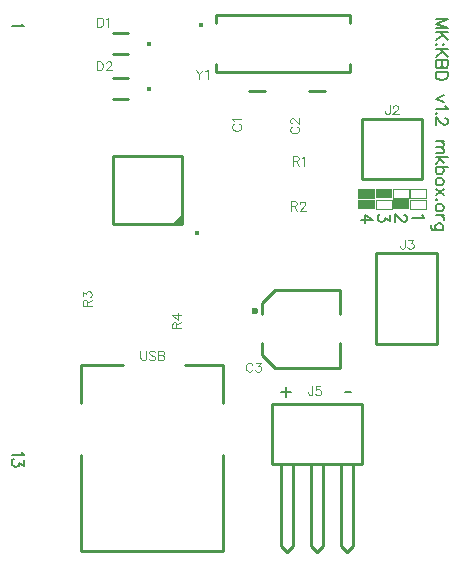
<source format=gbr>
G04 DipTrace 3.0.0.0*
G04 TopSilk.gbr*
%MOMM*%
G04 #@! TF.FileFunction,Legend,Top*
G04 #@! TF.Part,Single*
%ADD10C,0.25*%
%ADD14C,0.03333*%
%ADD15O,0.42016X0.41713*%
%ADD16O,0.5996X0.59994*%
%ADD18O,0.40037X0.39994*%
%ADD27O,0.3915X0.39347*%
%ADD59C,0.11765*%
%ADD60C,0.15686*%
%FSLAX35Y35*%
G04*
G71*
G90*
G75*
G01*
G04 TopSilk*
%LPD*%
X2647971Y3153978D2*
D10*
X2068029D1*
Y3734021D1*
X2647971D1*
Y3153978D1*
D15*
X2779170Y3074946D3*
G36*
X2647971Y3153978D2*
Y3233970D1*
X2567979Y3153978D1*
X2647971D1*
G37*
X3987955Y2600000D2*
D10*
X3988038Y2395004D1*
X3987955Y2600000D2*
X3438032D1*
X3328064Y2489978D2*
X3438032Y2600000D1*
X3328064Y2489978D2*
Y2395004D1*
X3988038Y2144996D2*
X3987955Y1940000D1*
X3438032D1*
X3328064Y2050022D2*
X3438032Y1940000D1*
X3328064Y2144996D2*
Y2050022D1*
D16*
X3267980Y2414969D3*
X3221050Y4280053D2*
D10*
X3350950D1*
X3729050D2*
X3858950D1*
X2189982Y4593008D2*
X2070011D1*
X2189982Y4772998D2*
X2070011D1*
D18*
X2374982Y4683003D3*
X2189982Y4212008D2*
D10*
X2070011D1*
X2189982Y4391998D2*
X2070011D1*
D18*
X2374982Y4302003D3*
X1799001Y1960000D2*
D10*
X2148961D1*
X1799001Y390000D2*
Y1195922D1*
Y1639936D2*
Y1960000D1*
X2998999D2*
Y1639936D1*
Y1195922D2*
Y390000D1*
X1799001D1*
X2998999Y1960000D2*
X2679031D1*
X4814000Y2909000D2*
Y2139000D1*
X4298000D1*
Y2909000D1*
X4814000D1*
X4175000Y3540000D2*
Y4048000D1*
X4683000D1*
Y3540000D1*
X4175000D1*
X3413005Y1635000D2*
X4174948D1*
Y1127006D1*
X3413005D1*
Y1635000D1*
X3492460Y1127006D2*
Y428561D1*
X3587591Y1127006D2*
Y428561D1*
X3492460D2*
X3540025Y377900D1*
X3587591Y428561D2*
X3540025Y377900D1*
X3746321Y1127006D2*
Y428561D1*
X3841632Y1127006D2*
Y428561D1*
X3746321D2*
X3794067Y377900D1*
X3841632Y428561D2*
X3794067Y377900D1*
X4000362Y1127006D2*
Y428561D1*
X4095673Y1127006D2*
Y428561D1*
X4000362D2*
X4047927Y377900D1*
X4095673Y428561D2*
X4047927Y377900D1*
D27*
X2812275Y4839237D3*
X2937000Y4853030D2*
D10*
Y4928000D1*
X4077000Y4438000D2*
Y4512970D1*
X2937000Y4438000D2*
X4077000D1*
X2937000D2*
Y4512970D1*
X4077000Y4853030D2*
Y4928000D1*
X2937000D2*
X4077000D1*
X4582257Y3451200D2*
D14*
X4717910D1*
Y3371403D1*
X4582257D1*
Y3451200D1*
X4582893Y3361250D2*
X4718547D1*
Y3281453D1*
X4582893D1*
Y3361250D1*
X4436490Y3451600D2*
X4572143D1*
Y3371803D1*
X4436490D1*
Y3451600D1*
X4291123Y3361513D2*
X4426777D1*
Y3281717D1*
X4291123D1*
Y3361513D1*
G36*
X4435733Y3363117D2*
X4573893D1*
Y3280757D1*
X4435733D1*
Y3363117D1*
G37*
G36*
X4289897Y3453270D2*
X4428320D1*
Y3371433D1*
X4289897D1*
Y3453270D1*
G37*
G36*
X4143153Y3361750D2*
X4282357D1*
Y3279577D1*
X4143153D1*
Y3361750D1*
G37*
G36*
X4142987Y3452403D2*
X4282357D1*
Y3370080D1*
X4142987D1*
Y3452403D1*
G37*
X3247913Y1963201D2*
D59*
X3244291Y1970445D1*
X3236963Y1977773D1*
X3229719Y1981395D1*
X3215147D1*
X3207819Y1977773D1*
X3200575Y1970445D1*
X3196869Y1963201D1*
X3193247Y1952251D1*
Y1933973D1*
X3196869Y1923108D1*
X3200575Y1915780D1*
X3207819Y1908536D1*
X3215147Y1904830D1*
X3229719D1*
X3236963Y1908536D1*
X3244291Y1915780D1*
X3247913Y1923108D1*
X3278770Y1981311D2*
X3318780D1*
X3296964Y1952167D1*
X3307914D1*
X3315158Y1948545D1*
X3318780Y1944923D1*
X3322486Y1933973D1*
Y1926730D1*
X3318780Y1915780D1*
X3311536Y1908451D1*
X3300586Y1904830D1*
X3289636D1*
X3278770Y1908451D1*
X3275148Y1912158D1*
X3271442Y1919401D1*
X3094235Y4001309D2*
X3086992Y3997687D1*
X3079663Y3990359D1*
X3076041Y3983116D1*
Y3968544D1*
X3079663Y3961216D1*
X3086991Y3953972D1*
X3094235Y3950266D1*
X3105185Y3946644D1*
X3123463D1*
X3134329Y3950266D1*
X3141657Y3953972D1*
X3148901Y3961216D1*
X3152607Y3968544D1*
Y3983115D1*
X3148901Y3990359D1*
X3141657Y3997687D1*
X3134329Y4001309D1*
X3090698Y4024839D2*
X3086992Y4032167D1*
X3076126Y4043117D1*
X3152607D1*
X3584712Y3979083D2*
X3577468Y3975461D1*
X3570140Y3968133D1*
X3566518Y3960889D1*
Y3946317D1*
X3570140Y3938989D1*
X3577468Y3931746D1*
X3584712Y3928039D1*
X3595662Y3924417D1*
X3613940D1*
X3624806Y3928039D1*
X3632134Y3931746D1*
X3639378Y3938989D1*
X3643084Y3946317D1*
Y3960889D1*
X3639378Y3968133D1*
X3632134Y3975461D1*
X3624806Y3979083D1*
X3584796Y4006319D2*
X3581174D1*
X3573846Y4009941D1*
X3570224Y4013563D1*
X3566602Y4020891D1*
Y4035462D1*
X3570224Y4042706D1*
X3573846Y4046328D1*
X3581174Y4050034D1*
X3588418D1*
X3595746Y4046328D1*
X3606612Y4039084D1*
X3643084Y4002612D1*
Y4053656D1*
X1934984Y4902114D2*
Y4825548D1*
X1960506D1*
X1971456Y4829254D1*
X1978784Y4836498D1*
X1982406Y4843826D1*
X1986028Y4854692D1*
Y4872970D1*
X1982406Y4883920D1*
X1978784Y4891164D1*
X1971456Y4898492D1*
X1960506Y4902114D1*
X1934984D1*
X2009558Y4887457D2*
X2016886Y4891164D1*
X2027836Y4902029D1*
Y4825548D1*
X1930285Y4532797D2*
Y4456231D1*
X1955807D1*
X1966757Y4459937D1*
X1974085Y4467181D1*
X1977707Y4474509D1*
X1981329Y4485375D1*
Y4503653D1*
X1977707Y4514603D1*
X1974085Y4521847D1*
X1966757Y4529175D1*
X1955807Y4532797D1*
X1930285D1*
X2008564Y4514519D2*
Y4518141D1*
X2012186Y4525469D1*
X2015808Y4529091D1*
X2023136Y4532713D1*
X2037708D1*
X2044952Y4529091D1*
X2048574Y4525469D1*
X2052280Y4518141D1*
Y4510897D1*
X2048574Y4503569D1*
X2041330Y4492703D1*
X2004858Y4456231D1*
X2055902D1*
X2298905Y2080592D2*
Y2025926D1*
X2302527Y2014976D1*
X2309855Y2007732D1*
X2320805Y2004026D1*
X2328049D1*
X2338999Y2007732D1*
X2346327Y2014976D1*
X2349949Y2025926D1*
Y2080592D1*
X2424522Y2069642D2*
X2417278Y2076970D1*
X2406328Y2080592D1*
X2391756D1*
X2380806Y2076970D1*
X2373478Y2069642D1*
Y2062398D1*
X2377184Y2055070D1*
X2380806Y2051448D1*
X2388050Y2047826D1*
X2409950Y2040498D1*
X2417278Y2036876D1*
X2420900Y2033170D1*
X2424522Y2025926D1*
Y2014976D1*
X2417278Y2007732D1*
X2406328Y2004026D1*
X2391756D1*
X2380806Y2007732D1*
X2373478Y2014976D1*
X2448051Y2080592D2*
Y2004026D1*
X2480901D1*
X2491851Y2007732D1*
X2495473Y2011354D1*
X2499095Y2018598D1*
Y2029548D1*
X2495473Y2036876D1*
X2491851Y2040498D1*
X2480901Y2044120D1*
X2491851Y2047826D1*
X2495473Y2051448D1*
X2499095Y2058692D1*
Y2066020D1*
X2495473Y2073264D1*
X2491851Y2076970D1*
X2480901Y2080592D1*
X2448051D1*
Y2044120D2*
X2480901D1*
X4536949Y3020592D2*
Y2962304D1*
X4533327Y2951354D1*
X4529621Y2947732D1*
X4522377Y2944026D1*
X4515049D1*
X4507805Y2947732D1*
X4504184Y2951354D1*
X4500477Y2962304D1*
Y2969548D1*
X4567807Y3020508D2*
X4607816D1*
X4586001Y2991364D1*
X4596951D1*
X4604195Y2987742D1*
X4607816Y2984120D1*
X4611523Y2973170D1*
Y2965926D1*
X4607816Y2954976D1*
X4600573Y2947648D1*
X4589623Y2944026D1*
X4578673D1*
X4567807Y2947648D1*
X4564185Y2951354D1*
X4560479Y2958598D1*
X4409949Y4159592D2*
Y4101304D1*
X4406327Y4090354D1*
X4402621Y4086732D1*
X4395377Y4083026D1*
X4388049D1*
X4380805Y4086732D1*
X4377184Y4090354D1*
X4373477Y4101304D1*
Y4108548D1*
X4437185Y4141314D2*
Y4144936D1*
X4440807Y4152264D1*
X4444429Y4155886D1*
X4451757Y4159508D1*
X4466329D1*
X4473573Y4155886D1*
X4477195Y4152264D1*
X4480901Y4144936D1*
Y4137692D1*
X4477195Y4130364D1*
X4469951Y4119498D1*
X4433479Y4083026D1*
X4484523D1*
X3755113Y1781642D2*
Y1723354D1*
X3751491Y1712404D1*
X3747785Y1708782D1*
X3740541Y1705076D1*
X3733213D1*
X3725969Y1708782D1*
X3722347Y1712404D1*
X3718641Y1723354D1*
Y1730598D1*
X3822358Y1781558D2*
X3785970D1*
X3782348Y1748792D1*
X3785970Y1752414D1*
X3796920Y1756120D1*
X3807786D1*
X3818736Y1752414D1*
X3826064Y1745170D1*
X3829686Y1734220D1*
Y1726976D1*
X3826064Y1716026D1*
X3818736Y1708698D1*
X3807786Y1705076D1*
X3796920D1*
X3785970Y1708698D1*
X3782348Y1712404D1*
X3778642Y1719648D1*
X3588574Y3690120D2*
X3621340D1*
X3632290Y3693826D1*
X3635996Y3697448D1*
X3639618Y3704692D1*
Y3712020D1*
X3635996Y3719264D1*
X3632290Y3722970D1*
X3621340Y3726592D1*
X3588574D1*
Y3650026D1*
X3614096Y3690120D2*
X3639618Y3650026D1*
X3663148Y3711936D2*
X3670476Y3715642D1*
X3681426Y3726508D1*
Y3650026D1*
X3572191Y3309120D2*
X3604957D1*
X3615907Y3312826D1*
X3619613Y3316448D1*
X3623235Y3323692D1*
Y3331020D1*
X3619613Y3338264D1*
X3615907Y3341970D1*
X3604957Y3345592D1*
X3572191D1*
Y3269026D1*
X3597713Y3309120D2*
X3623235Y3269026D1*
X3650471Y3327314D2*
Y3330936D1*
X3654093Y3338264D1*
X3657715Y3341886D1*
X3665043Y3345508D1*
X3679615D1*
X3686859Y3341886D1*
X3690480Y3338264D1*
X3694187Y3330936D1*
Y3323692D1*
X3690480Y3316364D1*
X3683237Y3305498D1*
X3646765Y3269026D1*
X3697809D1*
X2604513Y2270914D2*
Y2303680D1*
X2600807Y2314630D1*
X2597185Y2318336D1*
X2589942Y2321958D1*
X2582613D1*
X2575370Y2318336D1*
X2571663Y2314630D1*
X2568041Y2303680D1*
Y2270914D1*
X2644607D1*
X2604513Y2296436D2*
X2644607Y2321958D1*
Y2381959D2*
X2568126D1*
X2619085Y2345487D1*
Y2400153D1*
X1848313Y2459958D2*
Y2492724D1*
X1844607Y2503674D1*
X1840985Y2507380D1*
X1833742Y2511002D1*
X1826413D1*
X1819170Y2507380D1*
X1815463Y2503674D1*
X1811841Y2492724D1*
Y2459958D1*
X1888407D1*
X1848313Y2485480D2*
X1888407Y2511002D1*
X1811926Y2541860D2*
Y2581869D1*
X1841070Y2560053D1*
Y2571003D1*
X1844692Y2578247D1*
X1848313Y2581869D1*
X1859263Y2585575D1*
X1866507D1*
X1877457Y2581869D1*
X1884785Y2574625D1*
X1888407Y2563675D1*
Y2552725D1*
X1884785Y2541859D1*
X1881079Y2538238D1*
X1873835Y2534531D1*
X2767649Y4461279D2*
X2796793Y4424807D1*
Y4384713D1*
X2825937Y4461279D2*
X2796793Y4424807D1*
X2849466Y4446622D2*
X2856794Y4450329D1*
X2867744Y4461194D1*
Y4384713D1*
X1293625Y4852203D2*
D60*
X1298567Y4842432D1*
X1313054Y4827832D1*
X1211079Y4827833D1*
X1293445Y1223830D2*
X1298387Y1214059D1*
X1312874Y1199459D1*
X1210899D1*
X1312874Y1158316D2*
Y1104970D1*
X1274016Y1134057D1*
Y1119457D1*
X1269186Y1109799D1*
X1264357Y1104970D1*
X1249757Y1100028D1*
X1240099D1*
X1225499Y1104970D1*
X1215728Y1114628D1*
X1210899Y1129228D1*
Y1143828D1*
X1215728Y1158316D1*
X1220670Y1163145D1*
X1230328Y1168087D1*
X4684428Y3228333D2*
X4689370Y3218562D1*
X4703858Y3203962D1*
X4601882Y3203963D1*
X4532232Y3231392D2*
X4537062D1*
X4546832Y3226562D1*
X4551662Y3221733D1*
X4556491Y3211962D1*
Y3192533D1*
X4551662Y3182875D1*
X4546832Y3178046D1*
X4537062Y3173104D1*
X4527403D1*
X4517632Y3178046D1*
X4503145Y3187704D1*
X4454516Y3236333D1*
X4454515Y3168275D1*
X4408818Y3229636D2*
Y3176290D1*
X4369959Y3205377D1*
Y3190777D1*
X4365130Y3181119D1*
X4360301Y3176290D1*
X4345701Y3171348D1*
X4336042D1*
X4321442Y3176290D1*
X4311671Y3185948D1*
X4306842Y3200548D1*
Y3215148D1*
X4311671Y3229636D1*
X4316613Y3234465D1*
X4326271Y3239407D1*
X4167732Y3185501D2*
X4269708D1*
X4201761Y3234130D1*
Y3161242D1*
X3529594Y1778437D2*
Y1690949D1*
X3485906Y1734637D2*
X3573394D1*
X4029173Y1728853D2*
X4085327D1*
X4798952Y4812840D2*
X4901040D1*
X4798952Y4851698D1*
X4901040Y4890557D1*
X4798952D1*
X4901040Y4781467D2*
X4798952D1*
X4901040Y4713409D2*
X4832981Y4781467D1*
X4857352Y4757209D2*
X4798952Y4713409D1*
X4867011Y4677095D2*
X4862069Y4682036D1*
X4857240Y4677095D1*
X4862069Y4672266D1*
X4867011Y4677095D1*
X4808723D2*
X4803781Y4682036D1*
X4798952Y4677095D1*
X4803781Y4672266D1*
X4808723Y4677095D1*
X4901040Y4640893D2*
X4798952D1*
X4901040Y4572835D2*
X4832981Y4640893D1*
X4857352Y4616635D2*
X4798952Y4572835D1*
X4901040Y4541462D2*
X4798952D1*
Y4497662D1*
X4803894Y4483062D1*
X4808723Y4478233D1*
X4818381Y4473404D1*
X4832981D1*
X4842752Y4478233D1*
X4847581Y4483062D1*
X4852411Y4497662D1*
X4857352Y4483062D1*
X4862181Y4478233D1*
X4871840Y4473404D1*
X4881611D1*
X4891269Y4478233D1*
X4896211Y4483062D1*
X4901040Y4497662D1*
Y4541462D1*
X4852411D2*
Y4497662D1*
X4901040Y4442031D2*
X4798952D1*
Y4408002D1*
X4803894Y4393402D1*
X4813552Y4383631D1*
X4823323Y4378802D1*
X4837811Y4373973D1*
X4862181D1*
X4876781Y4378802D1*
X4886440Y4383631D1*
X4896211Y4393402D1*
X4901040Y4408002D1*
Y4442031D1*
X4867011Y4243843D2*
X4798952Y4214643D1*
X4867011Y4185555D1*
X4881498Y4154183D2*
X4886440Y4144412D1*
X4900928Y4129812D1*
X4798952D1*
X4808723Y4093610D2*
X4803781Y4098439D1*
X4798952Y4093610D1*
X4803781Y4088669D1*
X4808723Y4093610D1*
X4876669Y4052354D2*
X4881498D1*
X4891269Y4047525D1*
X4896098Y4042696D1*
X4900928Y4032925D1*
Y4013496D1*
X4896098Y4003838D1*
X4891269Y3999008D1*
X4881498Y3994067D1*
X4871840D1*
X4862069Y3999008D1*
X4847581Y4008667D1*
X4798952Y4057296D1*
Y3989238D1*
X4867011Y3859108D2*
X4798952D1*
X4847581D2*
X4862181Y3844508D1*
X4867011Y3834737D1*
Y3820249D1*
X4862181Y3810479D1*
X4847581Y3805649D1*
X4798952D1*
X4847581D2*
X4862181Y3791049D1*
X4867011Y3781279D1*
Y3766791D1*
X4862181Y3757020D1*
X4847581Y3752079D1*
X4798952D1*
X4901040Y3720706D2*
X4798952D1*
X4867011Y3672077D2*
X4818381Y3720706D1*
X4837811Y3701277D2*
X4798952Y3667248D1*
X4901040Y3635875D2*
X4798952D1*
X4852411D2*
X4862181Y3626104D1*
X4867011Y3616446D1*
Y3601846D1*
X4862181Y3592187D1*
X4852411Y3582417D1*
X4837811Y3577587D1*
X4828152D1*
X4813552Y3582417D1*
X4803894Y3592187D1*
X4798952Y3601846D1*
Y3616446D1*
X4803894Y3626104D1*
X4813552Y3635875D1*
X4867011Y3521956D2*
X4862181Y3531615D1*
X4852411Y3541386D1*
X4837811Y3546215D1*
X4828152D1*
X4813552Y3541386D1*
X4803894Y3531615D1*
X4798952Y3521956D1*
Y3507356D1*
X4803894Y3497586D1*
X4813552Y3487927D1*
X4828152Y3482986D1*
X4837811D1*
X4852411Y3487927D1*
X4862181Y3497586D1*
X4867011Y3507356D1*
Y3521956D1*
Y3451613D2*
X4798952Y3398155D1*
X4867011D2*
X4798952Y3451613D1*
X4808723Y3361953D2*
X4803781Y3366782D1*
X4798952Y3361953D1*
X4803781Y3357011D1*
X4808723Y3361953D1*
X4867011Y3301380D2*
X4862181Y3311039D1*
X4852411Y3320809D1*
X4837811Y3325639D1*
X4828152D1*
X4813552Y3320809D1*
X4803894Y3311039D1*
X4798952Y3301380D1*
Y3286780D1*
X4803894Y3277009D1*
X4813552Y3267351D1*
X4828152Y3262409D1*
X4837811D1*
X4852411Y3267351D1*
X4862181Y3277009D1*
X4867011Y3286780D1*
Y3301380D1*
Y3231037D2*
X4798952D1*
X4837811D2*
X4852411Y3226095D1*
X4862181Y3216437D1*
X4867011Y3206666D1*
Y3192066D1*
X4862181Y3102406D2*
X4784352D1*
X4769865Y3107235D1*
X4764923Y3112064D1*
X4760094Y3121835D1*
Y3136435D1*
X4764923Y3146094D1*
X4847581Y3102406D2*
X4857240Y3112064D1*
X4862181Y3121835D1*
Y3136435D1*
X4857240Y3146094D1*
X4847581Y3155864D1*
X4832981Y3160694D1*
X4823211D1*
X4808723Y3155864D1*
X4798952Y3146094D1*
X4794123Y3136435D1*
Y3121835D1*
X4798952Y3112064D1*
X4808723Y3102406D1*
M02*

</source>
